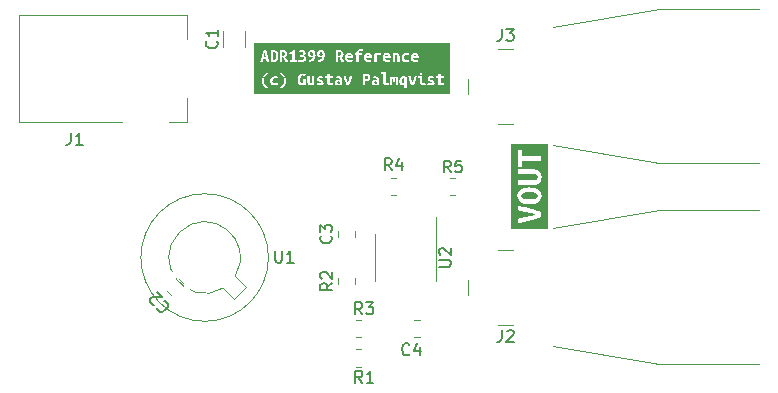
<source format=gbr>
G04 #@! TF.GenerationSoftware,KiCad,Pcbnew,6.0.0-d3dd2cf0fa~116~ubuntu21.10.1*
G04 #@! TF.CreationDate,2022-02-03T22:06:56+00:00*
G04 #@! TF.ProjectId,pcb-adr1399-vref,7063622d-6164-4723-9133-39392d767265,rev?*
G04 #@! TF.SameCoordinates,Original*
G04 #@! TF.FileFunction,Legend,Top*
G04 #@! TF.FilePolarity,Positive*
%FSLAX46Y46*%
G04 Gerber Fmt 4.6, Leading zero omitted, Abs format (unit mm)*
G04 Created by KiCad (PCBNEW 6.0.0-d3dd2cf0fa~116~ubuntu21.10.1) date 2022-02-03 22:06:56*
%MOMM*%
%LPD*%
G01*
G04 APERTURE LIST*
%ADD10C,0.150000*%
%ADD11C,0.120000*%
%ADD12C,2.800000*%
%ADD13O,1.600000X1.200000*%
%ADD14C,1.200000*%
G04 APERTURE END LIST*
D10*
X76666666Y-99952380D02*
X76666666Y-100666666D01*
X76619047Y-100809523D01*
X76523809Y-100904761D01*
X76380952Y-100952380D01*
X76285714Y-100952380D01*
X77666666Y-100952380D02*
X77095238Y-100952380D01*
X77380952Y-100952380D02*
X77380952Y-99952380D01*
X77285714Y-100095238D01*
X77190476Y-100190476D01*
X77095238Y-100238095D01*
X98802380Y-112666666D02*
X98326190Y-113000000D01*
X98802380Y-113238095D02*
X97802380Y-113238095D01*
X97802380Y-112857142D01*
X97850000Y-112761904D01*
X97897619Y-112714285D01*
X97992857Y-112666666D01*
X98135714Y-112666666D01*
X98230952Y-112714285D01*
X98278571Y-112761904D01*
X98326190Y-112857142D01*
X98326190Y-113238095D01*
X97897619Y-112285714D02*
X97850000Y-112238095D01*
X97802380Y-112142857D01*
X97802380Y-111904761D01*
X97850000Y-111809523D01*
X97897619Y-111761904D01*
X97992857Y-111714285D01*
X98088095Y-111714285D01*
X98230952Y-111761904D01*
X98802380Y-112333333D01*
X98802380Y-111714285D01*
X105333333Y-118677142D02*
X105285714Y-118724761D01*
X105142857Y-118772380D01*
X105047619Y-118772380D01*
X104904761Y-118724761D01*
X104809523Y-118629523D01*
X104761904Y-118534285D01*
X104714285Y-118343809D01*
X104714285Y-118200952D01*
X104761904Y-118010476D01*
X104809523Y-117915238D01*
X104904761Y-117820000D01*
X105047619Y-117772380D01*
X105142857Y-117772380D01*
X105285714Y-117820000D01*
X105333333Y-117867619D01*
X106190476Y-118105714D02*
X106190476Y-118772380D01*
X105952380Y-117724761D02*
X105714285Y-118439047D01*
X106333333Y-118439047D01*
X113166666Y-91142380D02*
X113166666Y-91856666D01*
X113119047Y-91999523D01*
X113023809Y-92094761D01*
X112880952Y-92142380D01*
X112785714Y-92142380D01*
X113547619Y-91142380D02*
X114166666Y-91142380D01*
X113833333Y-91523333D01*
X113976190Y-91523333D01*
X114071428Y-91570952D01*
X114119047Y-91618571D01*
X114166666Y-91713809D01*
X114166666Y-91951904D01*
X114119047Y-92047142D01*
X114071428Y-92094761D01*
X113976190Y-92142380D01*
X113690476Y-92142380D01*
X113595238Y-92094761D01*
X113547619Y-92047142D01*
X101333333Y-115302380D02*
X101000000Y-114826190D01*
X100761904Y-115302380D02*
X100761904Y-114302380D01*
X101142857Y-114302380D01*
X101238095Y-114350000D01*
X101285714Y-114397619D01*
X101333333Y-114492857D01*
X101333333Y-114635714D01*
X101285714Y-114730952D01*
X101238095Y-114778571D01*
X101142857Y-114826190D01*
X100761904Y-114826190D01*
X101666666Y-114302380D02*
X102285714Y-114302380D01*
X101952380Y-114683333D01*
X102095238Y-114683333D01*
X102190476Y-114730952D01*
X102238095Y-114778571D01*
X102285714Y-114873809D01*
X102285714Y-115111904D01*
X102238095Y-115207142D01*
X102190476Y-115254761D01*
X102095238Y-115302380D01*
X101809523Y-115302380D01*
X101714285Y-115254761D01*
X101666666Y-115207142D01*
X107852380Y-111261904D02*
X108661904Y-111261904D01*
X108757142Y-111214285D01*
X108804761Y-111166666D01*
X108852380Y-111071428D01*
X108852380Y-110880952D01*
X108804761Y-110785714D01*
X108757142Y-110738095D01*
X108661904Y-110690476D01*
X107852380Y-110690476D01*
X107947619Y-110261904D02*
X107900000Y-110214285D01*
X107852380Y-110119047D01*
X107852380Y-109880952D01*
X107900000Y-109785714D01*
X107947619Y-109738095D01*
X108042857Y-109690476D01*
X108138095Y-109690476D01*
X108280952Y-109738095D01*
X108852380Y-110309523D01*
X108852380Y-109690476D01*
X108833333Y-103302380D02*
X108500000Y-102826190D01*
X108261904Y-103302380D02*
X108261904Y-102302380D01*
X108642857Y-102302380D01*
X108738095Y-102350000D01*
X108785714Y-102397619D01*
X108833333Y-102492857D01*
X108833333Y-102635714D01*
X108785714Y-102730952D01*
X108738095Y-102778571D01*
X108642857Y-102826190D01*
X108261904Y-102826190D01*
X109738095Y-102302380D02*
X109261904Y-102302380D01*
X109214285Y-102778571D01*
X109261904Y-102730952D01*
X109357142Y-102683333D01*
X109595238Y-102683333D01*
X109690476Y-102730952D01*
X109738095Y-102778571D01*
X109785714Y-102873809D01*
X109785714Y-103111904D01*
X109738095Y-103207142D01*
X109690476Y-103254761D01*
X109595238Y-103302380D01*
X109357142Y-103302380D01*
X109261904Y-103254761D01*
X109214285Y-103207142D01*
X113166666Y-116642380D02*
X113166666Y-117356666D01*
X113119047Y-117499523D01*
X113023809Y-117594761D01*
X112880952Y-117642380D01*
X112785714Y-117642380D01*
X113595238Y-116737619D02*
X113642857Y-116690000D01*
X113738095Y-116642380D01*
X113976190Y-116642380D01*
X114071428Y-116690000D01*
X114119047Y-116737619D01*
X114166666Y-116832857D01*
X114166666Y-116928095D01*
X114119047Y-117070952D01*
X113547619Y-117642380D01*
X114166666Y-117642380D01*
X93976095Y-109929380D02*
X93976095Y-110738904D01*
X94023714Y-110834142D01*
X94071333Y-110881761D01*
X94166571Y-110929380D01*
X94357047Y-110929380D01*
X94452285Y-110881761D01*
X94499904Y-110834142D01*
X94547523Y-110738904D01*
X94547523Y-109929380D01*
X95547523Y-110929380D02*
X94976095Y-110929380D01*
X95261809Y-110929380D02*
X95261809Y-109929380D01*
X95166571Y-110072238D01*
X95071333Y-110167476D01*
X94976095Y-110215095D01*
X103833333Y-103102380D02*
X103500000Y-102626190D01*
X103261904Y-103102380D02*
X103261904Y-102102380D01*
X103642857Y-102102380D01*
X103738095Y-102150000D01*
X103785714Y-102197619D01*
X103833333Y-102292857D01*
X103833333Y-102435714D01*
X103785714Y-102530952D01*
X103738095Y-102578571D01*
X103642857Y-102626190D01*
X103261904Y-102626190D01*
X104690476Y-102435714D02*
X104690476Y-103102380D01*
X104452380Y-102054761D02*
X104214285Y-102769047D01*
X104833333Y-102769047D01*
X89007142Y-92166666D02*
X89054761Y-92214285D01*
X89102380Y-92357142D01*
X89102380Y-92452380D01*
X89054761Y-92595238D01*
X88959523Y-92690476D01*
X88864285Y-92738095D01*
X88673809Y-92785714D01*
X88530952Y-92785714D01*
X88340476Y-92738095D01*
X88245238Y-92690476D01*
X88150000Y-92595238D01*
X88102380Y-92452380D01*
X88102380Y-92357142D01*
X88150000Y-92214285D01*
X88197619Y-92166666D01*
X89102380Y-91214285D02*
X89102380Y-91785714D01*
X89102380Y-91500000D02*
X88102380Y-91500000D01*
X88245238Y-91595238D01*
X88340476Y-91690476D01*
X88388095Y-91785714D01*
X84558328Y-114177373D02*
X84625671Y-114177373D01*
X84760358Y-114244717D01*
X84827702Y-114312061D01*
X84895045Y-114446748D01*
X84895045Y-114581435D01*
X84861374Y-114682450D01*
X84760358Y-114850809D01*
X84659343Y-114951824D01*
X84490984Y-115052839D01*
X84389969Y-115086511D01*
X84255282Y-115086511D01*
X84120595Y-115019167D01*
X84053251Y-114951824D01*
X83985908Y-114817137D01*
X83985908Y-114749793D01*
X83716534Y-114480419D02*
X83649190Y-114480419D01*
X83548175Y-114446748D01*
X83379816Y-114278389D01*
X83346145Y-114177373D01*
X83346145Y-114110030D01*
X83379816Y-114009015D01*
X83447160Y-113941671D01*
X83581847Y-113874328D01*
X84389969Y-113874328D01*
X83952236Y-113436595D01*
X101333333Y-121102380D02*
X101000000Y-120626190D01*
X100761904Y-121102380D02*
X100761904Y-120102380D01*
X101142857Y-120102380D01*
X101238095Y-120150000D01*
X101285714Y-120197619D01*
X101333333Y-120292857D01*
X101333333Y-120435714D01*
X101285714Y-120530952D01*
X101238095Y-120578571D01*
X101142857Y-120626190D01*
X100761904Y-120626190D01*
X102285714Y-121102380D02*
X101714285Y-121102380D01*
X102000000Y-121102380D02*
X102000000Y-120102380D01*
X101904761Y-120245238D01*
X101809523Y-120340476D01*
X101714285Y-120388095D01*
X98677142Y-108666666D02*
X98724761Y-108714285D01*
X98772380Y-108857142D01*
X98772380Y-108952380D01*
X98724761Y-109095238D01*
X98629523Y-109190476D01*
X98534285Y-109238095D01*
X98343809Y-109285714D01*
X98200952Y-109285714D01*
X98010476Y-109238095D01*
X97915238Y-109190476D01*
X97820000Y-109095238D01*
X97772380Y-108952380D01*
X97772380Y-108857142D01*
X97820000Y-108714285D01*
X97867619Y-108666666D01*
X97772380Y-108333333D02*
X97772380Y-107714285D01*
X98153333Y-108047619D01*
X98153333Y-107904761D01*
X98200952Y-107809523D01*
X98248571Y-107761904D01*
X98343809Y-107714285D01*
X98581904Y-107714285D01*
X98677142Y-107761904D01*
X98724761Y-107809523D01*
X98772380Y-107904761D01*
X98772380Y-108190476D01*
X98724761Y-108285714D01*
X98677142Y-108333333D01*
D11*
X72300000Y-99000000D02*
X72300000Y-90000000D01*
X81000000Y-99000000D02*
X72300000Y-99000000D01*
X86500000Y-99000000D02*
X85000000Y-99000000D01*
X72300000Y-90000000D02*
X86500000Y-90000000D01*
X86500000Y-90000000D02*
X86500000Y-92000000D01*
X86500000Y-97000000D02*
X86500000Y-99000000D01*
X100735000Y-112727064D02*
X100735000Y-112272936D01*
X99265000Y-112727064D02*
X99265000Y-112272936D01*
X105738748Y-115765000D02*
X106261252Y-115765000D01*
X105738748Y-117235000D02*
X106261252Y-117235000D01*
G36*
X104879205Y-95325144D02*
G01*
X104917524Y-95329054D01*
X104917524Y-95732576D01*
X104866692Y-95752909D01*
X104804913Y-95760729D01*
X104744893Y-95746848D01*
X104702468Y-95705206D01*
X104677248Y-95638148D01*
X104668841Y-95548020D01*
X104678812Y-95458283D01*
X104708724Y-95386142D01*
X104758578Y-95338634D01*
X104828373Y-95322798D01*
X104879205Y-95325144D01*
G37*
G36*
X92196213Y-92312170D02*
G01*
X108803787Y-92312170D01*
X108803787Y-96687830D01*
X92196213Y-96687830D01*
X92196213Y-95493278D01*
X92841575Y-95493278D01*
X92847734Y-95597971D01*
X92866209Y-95697777D01*
X92897001Y-95792694D01*
X92940110Y-95882724D01*
X92996513Y-95966694D01*
X93067188Y-96043429D01*
X93152135Y-96112931D01*
X93251354Y-96175200D01*
X93340504Y-96056333D01*
X93247617Y-95991946D01*
X93169155Y-95915569D01*
X93105116Y-95827201D01*
X93057760Y-95727189D01*
X93029347Y-95615882D01*
X93023621Y-95541764D01*
X93545393Y-95541764D01*
X93551454Y-95620357D01*
X93569636Y-95693475D01*
X93600721Y-95759165D01*
X93645492Y-95815471D01*
X93704339Y-95861610D01*
X93777653Y-95896801D01*
X93866217Y-95919088D01*
X93970812Y-95926517D01*
X94043931Y-95923976D01*
X94106883Y-95916351D01*
X94205418Y-95890544D01*
X94177265Y-95732576D01*
X94087333Y-95752909D01*
X93992708Y-95759165D01*
X93875210Y-95744698D01*
X93797986Y-95701296D01*
X93755170Y-95632478D01*
X93740898Y-95541764D01*
X93753410Y-95454177D01*
X93794075Y-95384578D01*
X93868367Y-95339221D01*
X93983324Y-95322798D01*
X94081077Y-95331400D01*
X94150676Y-95350951D01*
X94192906Y-95196111D01*
X94084987Y-95164830D01*
X93966120Y-95155446D01*
X93864262Y-95163071D01*
X93777653Y-95185945D01*
X93705512Y-95221918D01*
X93647056Y-95268839D01*
X93602090Y-95325731D01*
X93570418Y-95391616D01*
X93551649Y-95464344D01*
X93545393Y-95541764D01*
X93023621Y-95541764D01*
X93019876Y-95493278D01*
X93029695Y-95369198D01*
X93059151Y-95255544D01*
X93108244Y-95152318D01*
X93174021Y-95060908D01*
X93253526Y-94982706D01*
X93346760Y-94917712D01*
X94391539Y-94917712D01*
X94484773Y-94982706D01*
X94564278Y-95060908D01*
X94630055Y-95152318D01*
X94679148Y-95255544D01*
X94708604Y-95369198D01*
X94718423Y-95493278D01*
X94708952Y-95615882D01*
X94680538Y-95727189D01*
X94633183Y-95827201D01*
X94569144Y-95915569D01*
X94490681Y-95991946D01*
X94397795Y-96056333D01*
X94486945Y-96175200D01*
X94586164Y-96112931D01*
X94671111Y-96043429D01*
X94741786Y-95966694D01*
X94798189Y-95882724D01*
X94841298Y-95792694D01*
X94872090Y-95697777D01*
X94890565Y-95597971D01*
X94896723Y-95493278D01*
X94892587Y-95424461D01*
X95864864Y-95424461D01*
X95871902Y-95541959D01*
X95893016Y-95644208D01*
X95927034Y-95731012D01*
X95972782Y-95802176D01*
X96029674Y-95857700D01*
X96097123Y-95897583D01*
X96174348Y-95921630D01*
X96260566Y-95929645D01*
X96356168Y-95925735D01*
X96436520Y-95914005D01*
X96543657Y-95885852D01*
X96543657Y-95583993D01*
X96696933Y-95583993D01*
X96700061Y-95655939D01*
X96709445Y-95721628D01*
X96755584Y-95830329D01*
X96847080Y-95901493D01*
X96913161Y-95920261D01*
X96995664Y-95926517D01*
X97081491Y-95922998D01*
X97160670Y-95912441D01*
X97289704Y-95884288D01*
X97289704Y-95865520D01*
X97471132Y-95865520D01*
X97579051Y-95904621D01*
X97653343Y-95921043D01*
X97741711Y-95926517D01*
X97828124Y-95922216D01*
X97899679Y-95909313D01*
X98003688Y-95862392D01*
X98060775Y-95792010D01*
X98077979Y-95705988D01*
X98054519Y-95608235D01*
X97994303Y-95542546D01*
X97912191Y-95499535D01*
X97824605Y-95468254D01*
X97769082Y-95448703D01*
X97723724Y-95427589D01*
X97692444Y-95403346D01*
X97680713Y-95372847D01*
X97706520Y-95334528D01*
X97805837Y-95316542D01*
X97932524Y-95334528D01*
X98015418Y-95360335D01*
X98020276Y-95333746D01*
X98224999Y-95333746D01*
X98392351Y-95333746D01*
X98392351Y-95635606D01*
X98397043Y-95719087D01*
X98411120Y-95784972D01*
X98465861Y-95873340D01*
X98553447Y-95915569D01*
X98672314Y-95926517D01*
X98791963Y-95917133D01*
X98906920Y-95885852D01*
X98880332Y-95720064D01*
X98831064Y-95740397D01*
X98787271Y-95752127D01*
X98743478Y-95757601D01*
X98694211Y-95759165D01*
X98648854Y-95754473D01*
X98614445Y-95735705D01*
X98592548Y-95696604D01*
X98591058Y-95684091D01*
X99019531Y-95684091D01*
X99041428Y-95797484D01*
X99103989Y-95872558D01*
X99201742Y-95914005D01*
X99329211Y-95926517D01*
X99427354Y-95923389D01*
X99515332Y-95914005D01*
X99640455Y-95892108D01*
X99640455Y-95454177D01*
X99624814Y-95329836D01*
X99573201Y-95235994D01*
X99477013Y-95176560D01*
X99466962Y-95174214D01*
X99754630Y-95174214D01*
X99787914Y-95283062D01*
X99822079Y-95387510D01*
X99857123Y-95487560D01*
X99893047Y-95583211D01*
X99941272Y-95702512D01*
X99988975Y-95811213D01*
X100036157Y-95909313D01*
X100197253Y-95909313D01*
X101381231Y-95909313D01*
X101573607Y-95909313D01*
X101573607Y-95684091D01*
X102147610Y-95684091D01*
X102169506Y-95797484D01*
X102232068Y-95872558D01*
X102329821Y-95914005D01*
X102457290Y-95926517D01*
X102555433Y-95923389D01*
X102643410Y-95914005D01*
X102768534Y-95892108D01*
X102768534Y-95454177D01*
X102752893Y-95329836D01*
X102701280Y-95235994D01*
X102605091Y-95176560D01*
X102537251Y-95160725D01*
X102454162Y-95155446D01*
X102384953Y-95157987D01*
X102318090Y-95165612D01*
X102216428Y-95188291D01*
X102243016Y-95343131D01*
X102325128Y-95324362D01*
X102430701Y-95316542D01*
X102502647Y-95325731D01*
X102549568Y-95353297D01*
X102583977Y-95444793D01*
X102583977Y-95468254D01*
X102521806Y-95458870D01*
X102451034Y-95455741D01*
X102336859Y-95467472D01*
X102239888Y-95505791D01*
X102172635Y-95576173D01*
X102147610Y-95684091D01*
X101573607Y-95684091D01*
X101573607Y-95582429D01*
X101642425Y-95582429D01*
X101758077Y-95573826D01*
X101854787Y-95548020D01*
X101932555Y-95505009D01*
X101989468Y-95442708D01*
X102023616Y-95359032D01*
X102034999Y-95253980D01*
X102023703Y-95149972D01*
X101989816Y-95067338D01*
X101933337Y-95006080D01*
X101909051Y-94992786D01*
X102917117Y-94992786D01*
X103120442Y-94992786D01*
X103120442Y-95616838D01*
X103135692Y-95750367D01*
X103181440Y-95847533D01*
X103260424Y-95906771D01*
X103375381Y-95926517D01*
X103462185Y-95920261D01*
X103510012Y-95909313D01*
X103688189Y-95909313D01*
X103844593Y-95909313D01*
X103844593Y-95332182D01*
X103870399Y-95327490D01*
X103893078Y-95325926D01*
X103940781Y-95355643D01*
X103955640Y-95460434D01*
X103955640Y-95629350D01*
X104112043Y-95629350D01*
X104112043Y-95482330D01*
X104108915Y-95402564D01*
X104101095Y-95336874D01*
X104129248Y-95328272D01*
X104158965Y-95325926D01*
X104183207Y-95330618D01*
X104203540Y-95349387D01*
X104217616Y-95390052D01*
X104223090Y-95460434D01*
X104223090Y-95909313D01*
X104379494Y-95909313D01*
X104379494Y-95541764D01*
X104473337Y-95541764D01*
X104478029Y-95625244D01*
X104492105Y-95700514D01*
X104515370Y-95766399D01*
X104547628Y-95821727D01*
X104639125Y-95899147D01*
X104698167Y-95919675D01*
X104765812Y-95926517D01*
X104841668Y-95916351D01*
X104917524Y-95888980D01*
X104917524Y-96167379D01*
X105109901Y-96167379D01*
X105109901Y-95197675D01*
X105051249Y-95182817D01*
X105002322Y-95174214D01*
X105228768Y-95174214D01*
X105262052Y-95283062D01*
X105296217Y-95387510D01*
X105331261Y-95487560D01*
X105367185Y-95583211D01*
X105415410Y-95702512D01*
X105463113Y-95811213D01*
X105510295Y-95909313D01*
X105671391Y-95909313D01*
X105719355Y-95811213D01*
X105769404Y-95702512D01*
X105821539Y-95583211D01*
X105860542Y-95487560D01*
X105897785Y-95387510D01*
X105916051Y-95333746D01*
X106045196Y-95333746D01*
X106248521Y-95333746D01*
X106248521Y-95604325D01*
X106251649Y-95676662D01*
X106261034Y-95740397D01*
X106304045Y-95841277D01*
X106385375Y-95904621D01*
X106511280Y-95926517D01*
X106607468Y-95916351D01*
X106719297Y-95878032D01*
X106717275Y-95865520D01*
X106855369Y-95865520D01*
X106963287Y-95904621D01*
X107037579Y-95921043D01*
X107125947Y-95926517D01*
X107212361Y-95922216D01*
X107283915Y-95909313D01*
X107387924Y-95862392D01*
X107445011Y-95792010D01*
X107462216Y-95705988D01*
X107438755Y-95608235D01*
X107378540Y-95542546D01*
X107296428Y-95499535D01*
X107208841Y-95468254D01*
X107153318Y-95448703D01*
X107107961Y-95427589D01*
X107076680Y-95403346D01*
X107064950Y-95372847D01*
X107090756Y-95334528D01*
X107190073Y-95316542D01*
X107316760Y-95334528D01*
X107399654Y-95360335D01*
X107404512Y-95333746D01*
X107609236Y-95333746D01*
X107776588Y-95333746D01*
X107776588Y-95635606D01*
X107781280Y-95719087D01*
X107795356Y-95784972D01*
X107850098Y-95873340D01*
X107937684Y-95915569D01*
X108056551Y-95926517D01*
X108176200Y-95917133D01*
X108291157Y-95885852D01*
X108264568Y-95720064D01*
X108215301Y-95740397D01*
X108171508Y-95752127D01*
X108127715Y-95757601D01*
X108078447Y-95759165D01*
X108033090Y-95754473D01*
X107998681Y-95735705D01*
X107976785Y-95696604D01*
X107968965Y-95630914D01*
X107968965Y-95333746D01*
X108277080Y-95333746D01*
X108277080Y-95174214D01*
X107968965Y-95174214D01*
X107968965Y-94958377D01*
X107776588Y-94989658D01*
X107776588Y-95174214D01*
X107609236Y-95174214D01*
X107609236Y-95333746D01*
X107404512Y-95333746D01*
X107429371Y-95197675D01*
X107322234Y-95166394D01*
X107257913Y-95158183D01*
X107188509Y-95155446D01*
X107111480Y-95159943D01*
X107046181Y-95173432D01*
X106948429Y-95223482D01*
X106892123Y-95296991D01*
X106874137Y-95385360D01*
X106897598Y-95481548D01*
X106957031Y-95544892D01*
X107036797Y-95586339D01*
X107122819Y-95615273D01*
X107179907Y-95634042D01*
X107228392Y-95653592D01*
X107261237Y-95677835D01*
X107272967Y-95712244D01*
X107235430Y-95753691D01*
X107127511Y-95763857D01*
X107001606Y-95745089D01*
X106885085Y-95704424D01*
X106855369Y-95865520D01*
X106717275Y-95865520D01*
X106694273Y-95723192D01*
X106609814Y-95752127D01*
X106545689Y-95759165D01*
X106465141Y-95727102D01*
X106440898Y-95629350D01*
X106440898Y-95174214D01*
X106045196Y-95174214D01*
X106045196Y-95333746D01*
X105916051Y-95333746D01*
X105933270Y-95283062D01*
X105966994Y-95174214D01*
X105771489Y-95174214D01*
X105734734Y-95300902D01*
X105711665Y-95368351D01*
X105687813Y-95436191D01*
X105663375Y-95503249D01*
X105638546Y-95568352D01*
X105593189Y-95685655D01*
X105550178Y-95568352D01*
X105527695Y-95503249D01*
X105505603Y-95436191D01*
X105484293Y-95368351D01*
X105464156Y-95300902D01*
X105430529Y-95174214D01*
X105228768Y-95174214D01*
X105002322Y-95174214D01*
X104980085Y-95170304D01*
X104902665Y-95161702D01*
X104826809Y-95158574D01*
X104746848Y-95165612D01*
X104675880Y-95186727D01*
X104614882Y-95220354D01*
X104564833Y-95264929D01*
X104525536Y-95320257D01*
X104496797Y-95386142D01*
X104479202Y-95460629D01*
X104473337Y-95541764D01*
X104379494Y-95541764D01*
X104379494Y-95469818D01*
X104377539Y-95398068D01*
X104371674Y-95336092D01*
X104341175Y-95241468D01*
X104279396Y-95185163D01*
X104179297Y-95166394D01*
X104104223Y-95179689D01*
X104041662Y-95210187D01*
X103986138Y-95176560D01*
X103913410Y-95166394D01*
X103808620Y-95175778D01*
X103688189Y-95202367D01*
X103688189Y-95909313D01*
X103510012Y-95909313D01*
X103527093Y-95905403D01*
X103570104Y-95888980D01*
X103591218Y-95878032D01*
X103566194Y-95723192D01*
X103514580Y-95743525D01*
X103417610Y-95759165D01*
X103342536Y-95732576D01*
X103312819Y-95630914D01*
X103312819Y-94963069D01*
X106190652Y-94963069D01*
X106225843Y-95052219D01*
X106311083Y-95085064D01*
X106397105Y-95052219D01*
X106433078Y-94963069D01*
X106397105Y-94872355D01*
X106311083Y-94839510D01*
X106225843Y-94872355D01*
X106190652Y-94963069D01*
X103312819Y-94963069D01*
X103312819Y-94833254D01*
X102917117Y-94833254D01*
X102917117Y-94992786D01*
X101909051Y-94992786D01*
X101856351Y-94963938D01*
X101760945Y-94938653D01*
X101647117Y-94930224D01*
X101586120Y-94931788D01*
X101515738Y-94935698D01*
X101444574Y-94942737D01*
X101381231Y-94953685D01*
X101381231Y-95909313D01*
X100197253Y-95909313D01*
X100245217Y-95811213D01*
X100295266Y-95702512D01*
X100347401Y-95583211D01*
X100386404Y-95487560D01*
X100423648Y-95387510D01*
X100459132Y-95283062D01*
X100492856Y-95174214D01*
X100297351Y-95174214D01*
X100260596Y-95300902D01*
X100237527Y-95368351D01*
X100213675Y-95436191D01*
X100189237Y-95503249D01*
X100164408Y-95568352D01*
X100119051Y-95685655D01*
X100076040Y-95568352D01*
X100053557Y-95503249D01*
X100031465Y-95436191D01*
X100010155Y-95368351D01*
X99990018Y-95300902D01*
X99956391Y-95174214D01*
X99754630Y-95174214D01*
X99466962Y-95174214D01*
X99409172Y-95160725D01*
X99326083Y-95155446D01*
X99256874Y-95157987D01*
X99190011Y-95165612D01*
X99088349Y-95188291D01*
X99114938Y-95343131D01*
X99197050Y-95324362D01*
X99302622Y-95316542D01*
X99374568Y-95325731D01*
X99421489Y-95353297D01*
X99455898Y-95444793D01*
X99455898Y-95468254D01*
X99393728Y-95458870D01*
X99322955Y-95455741D01*
X99208780Y-95467472D01*
X99111809Y-95505791D01*
X99044556Y-95576173D01*
X99019531Y-95684091D01*
X98591058Y-95684091D01*
X98584728Y-95630914D01*
X98584728Y-95333746D01*
X98892844Y-95333746D01*
X98892844Y-95174214D01*
X98584728Y-95174214D01*
X98584728Y-94958377D01*
X98392351Y-94989658D01*
X98392351Y-95174214D01*
X98224999Y-95174214D01*
X98224999Y-95333746D01*
X98020276Y-95333746D01*
X98045135Y-95197675D01*
X97937998Y-95166394D01*
X97873677Y-95158183D01*
X97804273Y-95155446D01*
X97727244Y-95159943D01*
X97661945Y-95173432D01*
X97564192Y-95223482D01*
X97507887Y-95296991D01*
X97489901Y-95385360D01*
X97513361Y-95481548D01*
X97572795Y-95544892D01*
X97652561Y-95586339D01*
X97738583Y-95615273D01*
X97795670Y-95634042D01*
X97844156Y-95653592D01*
X97877000Y-95677835D01*
X97888731Y-95712244D01*
X97851194Y-95753691D01*
X97743275Y-95763857D01*
X97617370Y-95745089D01*
X97500849Y-95704424D01*
X97471132Y-95865520D01*
X97289704Y-95865520D01*
X97289704Y-95174214D01*
X97095763Y-95174214D01*
X97095763Y-95751345D01*
X97008176Y-95759165D01*
X96913552Y-95709898D01*
X96895370Y-95647532D01*
X96889309Y-95558968D01*
X96889309Y-95174214D01*
X96696933Y-95174214D01*
X96696933Y-95583993D01*
X96543657Y-95583993D01*
X96543657Y-95402564D01*
X96351280Y-95402564D01*
X96351280Y-95756037D01*
X96313743Y-95760729D01*
X96276206Y-95762293D01*
X96182755Y-95741765D01*
X96115110Y-95680181D01*
X96084698Y-95615273D01*
X96066451Y-95530033D01*
X96060369Y-95424461D01*
X96063692Y-95352710D01*
X96073663Y-95287607D01*
X96117456Y-95181253D01*
X96194876Y-95111653D01*
X96310615Y-95086628D01*
X96413841Y-95103833D01*
X96498300Y-95142934D01*
X96548349Y-94989658D01*
X96516286Y-94970889D01*
X96462327Y-94947429D01*
X96384907Y-94927878D01*
X96284026Y-94919276D01*
X96199177Y-94927292D01*
X96119802Y-94951339D01*
X96048247Y-94991417D01*
X95986859Y-95047527D01*
X95936418Y-95119277D01*
X95897708Y-95206277D01*
X95873075Y-95308135D01*
X95864864Y-95424461D01*
X94892587Y-95424461D01*
X94890369Y-95387559D01*
X94871308Y-95286239D01*
X94839538Y-95189317D01*
X94795061Y-95096794D01*
X94737289Y-95010430D01*
X94665636Y-94931984D01*
X94580103Y-94861455D01*
X94480689Y-94798845D01*
X94391539Y-94917712D01*
X93346760Y-94917712D01*
X93257610Y-94798845D01*
X93158196Y-94861455D01*
X93072662Y-94931984D01*
X93001010Y-95010430D01*
X92943238Y-95096794D01*
X92898761Y-95189317D01*
X92866991Y-95286239D01*
X92847929Y-95387559D01*
X92841575Y-95493278D01*
X92196213Y-95493278D01*
X92196213Y-93924938D01*
X92708843Y-93924938D01*
X92912043Y-93924938D01*
X92956493Y-93697925D01*
X93218431Y-93697925D01*
X93264468Y-93924938D01*
X93474018Y-93924938D01*
X93471405Y-93913825D01*
X93574031Y-93913825D01*
X93681187Y-93932082D01*
X93783581Y-93937638D01*
X93879426Y-93930693D01*
X93903597Y-93924938D01*
X94367781Y-93924938D01*
X94563043Y-93924938D01*
X94563043Y-93562988D01*
X94664643Y-93562988D01*
X94718420Y-93652880D01*
X94768625Y-93741582D01*
X94814067Y-93831474D01*
X94853556Y-93924938D01*
X95058343Y-93924938D01*
X95013100Y-93820957D01*
X94958331Y-93711419D01*
X94899593Y-93606644D01*
X94842443Y-93515363D01*
X94911896Y-93470516D01*
X94958331Y-93409000D01*
X94984525Y-93335182D01*
X94993256Y-93253425D01*
X94986707Y-93176233D01*
X94978087Y-93147063D01*
X95152006Y-93147063D01*
X95215506Y-93308988D01*
X95312343Y-93270094D01*
X95413943Y-93213738D01*
X95413943Y-93763013D01*
X95207568Y-93763013D01*
X95207568Y-93924938D01*
X95804468Y-93924938D01*
X95804468Y-93891600D01*
X95934643Y-93891600D01*
X95983856Y-93909063D01*
X96052912Y-93926525D01*
X96130700Y-93940019D01*
X96207693Y-93945575D01*
X96299371Y-93939821D01*
X96377556Y-93922557D01*
X96442643Y-93894775D01*
X96495031Y-93857469D01*
X96563293Y-93758250D01*
X96585518Y-93632838D01*
X96575001Y-93553066D01*
X96543450Y-93485200D01*
X96492848Y-93430829D01*
X96425181Y-93391538D01*
X96514081Y-93308988D01*
X96530984Y-93251838D01*
X96734743Y-93251838D01*
X96752206Y-93373282D01*
X96807768Y-93472500D01*
X96906193Y-93539969D01*
X96972868Y-93558424D01*
X97052243Y-93564575D01*
X97163368Y-93537588D01*
X97107409Y-93636608D01*
X97022081Y-93705069D01*
X96915321Y-93745352D01*
X96795068Y-93759838D01*
X96801418Y-93928113D01*
X96928617Y-93918389D01*
X97043512Y-93889219D01*
X97144318Y-93841396D01*
X97229250Y-93775713D01*
X97297314Y-93692171D01*
X97347518Y-93590769D01*
X97378475Y-93472302D01*
X97388793Y-93337563D01*
X97382009Y-93251838D01*
X97528493Y-93251838D01*
X97545956Y-93373282D01*
X97601518Y-93472500D01*
X97699943Y-93539969D01*
X97766618Y-93558424D01*
X97845993Y-93564575D01*
X97957118Y-93537588D01*
X97901159Y-93636608D01*
X97815831Y-93705069D01*
X97709071Y-93745352D01*
X97588818Y-93759838D01*
X97595168Y-93928113D01*
X97636700Y-93924938D01*
X99130281Y-93924938D01*
X99325543Y-93924938D01*
X99325543Y-93562988D01*
X99427143Y-93562988D01*
X99480920Y-93652880D01*
X99531125Y-93741582D01*
X99576567Y-93831474D01*
X99616056Y-93924938D01*
X99820843Y-93924938D01*
X99775600Y-93820957D01*
X99720831Y-93711419D01*
X99662093Y-93606644D01*
X99631778Y-93558225D01*
X99887518Y-93558225D01*
X99894662Y-93647522D01*
X99916093Y-93724913D01*
X99950820Y-93790596D01*
X99997850Y-93844769D01*
X100056587Y-93887235D01*
X100126437Y-93917794D01*
X100206804Y-93936249D01*
X100297093Y-93942400D01*
X100425681Y-93930494D01*
X100533631Y-93901125D01*
X100506643Y-93734438D01*
X100416950Y-93759838D01*
X100305031Y-93772538D01*
X100218512Y-93762021D01*
X100149456Y-93730469D01*
X100104212Y-93680661D01*
X100089131Y-93615375D01*
X100573318Y-93615375D01*
X100575700Y-93582038D01*
X100576493Y-93542350D01*
X100566968Y-93427433D01*
X100540887Y-93340738D01*
X100689206Y-93340738D01*
X100852718Y-93340738D01*
X100852718Y-93924938D01*
X101049568Y-93924938D01*
X101049568Y-93558225D01*
X101475018Y-93558225D01*
X101482162Y-93647522D01*
X101503593Y-93724913D01*
X101538320Y-93790596D01*
X101585350Y-93844769D01*
X101644087Y-93887235D01*
X101713937Y-93917794D01*
X101794304Y-93936249D01*
X101884593Y-93942400D01*
X102013181Y-93930494D01*
X102033603Y-93924938D01*
X102360843Y-93924938D01*
X102557693Y-93924938D01*
X102557693Y-93558225D01*
X103062518Y-93558225D01*
X103069662Y-93647522D01*
X103091093Y-93724913D01*
X103125820Y-93790596D01*
X103172850Y-93844769D01*
X103231587Y-93887235D01*
X103301437Y-93917794D01*
X103381804Y-93936249D01*
X103472093Y-93942400D01*
X103600681Y-93930494D01*
X103621103Y-93924938D01*
X103907068Y-93924938D01*
X104102331Y-93924938D01*
X104102331Y-93339150D01*
X104147575Y-93334388D01*
X104191231Y-93332800D01*
X104288068Y-93378838D01*
X104305928Y-93439560D01*
X104311881Y-93529650D01*
X104311881Y-93924938D01*
X104507143Y-93924938D01*
X104507143Y-93551875D01*
X104670656Y-93551875D01*
X104676807Y-93631647D01*
X104695262Y-93705863D01*
X104726814Y-93772538D01*
X104772256Y-93829688D01*
X104831985Y-93876519D01*
X104906400Y-93912238D01*
X104996292Y-93934860D01*
X105102456Y-93942400D01*
X105176671Y-93939821D01*
X105240568Y-93932082D01*
X105340581Y-93905888D01*
X105312006Y-93745550D01*
X105220725Y-93766188D01*
X105124681Y-93772538D01*
X105005420Y-93757854D01*
X104927037Y-93713800D01*
X104883579Y-93643950D01*
X104870092Y-93558225D01*
X105443768Y-93558225D01*
X105450912Y-93647522D01*
X105472343Y-93724913D01*
X105507070Y-93790596D01*
X105554100Y-93844769D01*
X105612837Y-93887235D01*
X105682687Y-93917794D01*
X105763054Y-93936249D01*
X105853343Y-93942400D01*
X105981931Y-93930494D01*
X106089881Y-93901125D01*
X106062893Y-93734438D01*
X105973200Y-93759838D01*
X105861281Y-93772538D01*
X105774762Y-93762021D01*
X105705706Y-93730469D01*
X105660462Y-93680661D01*
X105645381Y-93615375D01*
X106129568Y-93615375D01*
X106131950Y-93582038D01*
X106132743Y-93542350D01*
X106123218Y-93427433D01*
X106094643Y-93332448D01*
X106047018Y-93257394D01*
X105981049Y-93203155D01*
X105897440Y-93170611D01*
X105796193Y-93159763D01*
X105730312Y-93166113D01*
X105666018Y-93185163D01*
X105606090Y-93216714D01*
X105553306Y-93260569D01*
X105508856Y-93316727D01*
X105473931Y-93385188D01*
X105451309Y-93465754D01*
X105443768Y-93558225D01*
X104870092Y-93558225D01*
X104869093Y-93551875D01*
X104881793Y-93462975D01*
X104923068Y-93392332D01*
X104998475Y-93346294D01*
X105115156Y-93329625D01*
X105214375Y-93338357D01*
X105285018Y-93358200D01*
X105327881Y-93201038D01*
X105218343Y-93169288D01*
X105097693Y-93159763D01*
X104994307Y-93167502D01*
X104906400Y-93190719D01*
X104833176Y-93227232D01*
X104773843Y-93274857D01*
X104728203Y-93332602D01*
X104696056Y-93399475D01*
X104677006Y-93473294D01*
X104670656Y-93551875D01*
X104507143Y-93551875D01*
X104507143Y-93504250D01*
X104503571Y-93431424D01*
X104492856Y-93365344D01*
X104444437Y-93257394D01*
X104351568Y-93187544D01*
X104285290Y-93169089D01*
X104203931Y-93162938D01*
X104116817Y-93166113D01*
X104036450Y-93175638D01*
X103965607Y-93188735D01*
X103907068Y-93202625D01*
X103907068Y-93924938D01*
X103621103Y-93924938D01*
X103708631Y-93901125D01*
X103681643Y-93734438D01*
X103591950Y-93759838D01*
X103480031Y-93772538D01*
X103393512Y-93762021D01*
X103324456Y-93730469D01*
X103279212Y-93680661D01*
X103264131Y-93615375D01*
X103748318Y-93615375D01*
X103750700Y-93582038D01*
X103751493Y-93542350D01*
X103741968Y-93427433D01*
X103713393Y-93332448D01*
X103665768Y-93257394D01*
X103599799Y-93203155D01*
X103516190Y-93170611D01*
X103414943Y-93159763D01*
X103349062Y-93166113D01*
X103284768Y-93185163D01*
X103224840Y-93216714D01*
X103172056Y-93260569D01*
X103127606Y-93316727D01*
X103092681Y-93385188D01*
X103070059Y-93465754D01*
X103062518Y-93558225D01*
X102557693Y-93558225D01*
X102557693Y-93370900D01*
X102638656Y-93355819D01*
X102719618Y-93351850D01*
X102762481Y-93353438D01*
X102814868Y-93358994D01*
X102868050Y-93367725D01*
X102913293Y-93377250D01*
X102948218Y-93196275D01*
X102887100Y-93181194D01*
X102819631Y-93171669D01*
X102756925Y-93166113D01*
X102711681Y-93164525D01*
X102609089Y-93168891D01*
X102520387Y-93181988D01*
X102439623Y-93202229D01*
X102360843Y-93228025D01*
X102360843Y-93924938D01*
X102033603Y-93924938D01*
X102121131Y-93901125D01*
X102094143Y-93734438D01*
X102004450Y-93759838D01*
X101892531Y-93772538D01*
X101806012Y-93762021D01*
X101736956Y-93730469D01*
X101691712Y-93680661D01*
X101676631Y-93615375D01*
X102160818Y-93615375D01*
X102163200Y-93582038D01*
X102163993Y-93542350D01*
X102154468Y-93427433D01*
X102125893Y-93332448D01*
X102078268Y-93257394D01*
X102012299Y-93203155D01*
X101928690Y-93170611D01*
X101827443Y-93159763D01*
X101761562Y-93166113D01*
X101697268Y-93185163D01*
X101637340Y-93216714D01*
X101584556Y-93260569D01*
X101540106Y-93316727D01*
X101505181Y-93385188D01*
X101482559Y-93465754D01*
X101475018Y-93558225D01*
X101049568Y-93558225D01*
X101049568Y-93340738D01*
X101355956Y-93340738D01*
X101355956Y-93178813D01*
X101049568Y-93178813D01*
X101049568Y-93139125D01*
X101060681Y-93062132D01*
X101090050Y-93016888D01*
X101132912Y-92996250D01*
X101184506Y-92991488D01*
X101288487Y-93004982D01*
X101379768Y-93031175D01*
X101413106Y-92872425D01*
X101295631Y-92835913D01*
X101168631Y-92824800D01*
X101051156Y-92839882D01*
X100949556Y-92890682D01*
X100878912Y-92985932D01*
X100859267Y-93053202D01*
X100852718Y-93135950D01*
X100852718Y-93178813D01*
X100689206Y-93178813D01*
X100689206Y-93340738D01*
X100540887Y-93340738D01*
X100538393Y-93332448D01*
X100490768Y-93257394D01*
X100424799Y-93203155D01*
X100341190Y-93170611D01*
X100239943Y-93159763D01*
X100174062Y-93166113D01*
X100109768Y-93185163D01*
X100049840Y-93216714D01*
X99997056Y-93260569D01*
X99952606Y-93316727D01*
X99917681Y-93385188D01*
X99895059Y-93465754D01*
X99887518Y-93558225D01*
X99631778Y-93558225D01*
X99604943Y-93515363D01*
X99674396Y-93470516D01*
X99720831Y-93409000D01*
X99747025Y-93335182D01*
X99755756Y-93253425D01*
X99749207Y-93176233D01*
X99729562Y-93109757D01*
X99654156Y-93008950D01*
X99600181Y-92974422D01*
X99536681Y-92950213D01*
X99464450Y-92935925D01*
X99384281Y-92931163D01*
X99328718Y-92932750D01*
X99262043Y-92936719D01*
X99192987Y-92944657D01*
X99130281Y-92956563D01*
X99130281Y-93924938D01*
X97636700Y-93924938D01*
X97722367Y-93918389D01*
X97837262Y-93889219D01*
X97938068Y-93841396D01*
X98023000Y-93775713D01*
X98091064Y-93692171D01*
X98141268Y-93590769D01*
X98172225Y-93472302D01*
X98182543Y-93337563D01*
X98172842Y-93214973D01*
X98143738Y-93111785D01*
X98095231Y-93028000D01*
X98028379Y-92966264D01*
X97944242Y-92929223D01*
X97842818Y-92916875D01*
X97768603Y-92924614D01*
X97704706Y-92947832D01*
X97607075Y-93027207D01*
X97548337Y-93135157D01*
X97528493Y-93251838D01*
X97382009Y-93251838D01*
X97379092Y-93214973D01*
X97349988Y-93111785D01*
X97301481Y-93028000D01*
X97234629Y-92966264D01*
X97150492Y-92929223D01*
X97049068Y-92916875D01*
X96974853Y-92924614D01*
X96910956Y-92947832D01*
X96813325Y-93027207D01*
X96754587Y-93135157D01*
X96734743Y-93251838D01*
X96530984Y-93251838D01*
X96547418Y-93196275D01*
X96528368Y-93086738D01*
X96469631Y-92998632D01*
X96368825Y-92940688D01*
X96302348Y-92925210D01*
X96225156Y-92920050D01*
X96140820Y-92927393D01*
X96065612Y-92949419D01*
X95952106Y-93007363D01*
X96021956Y-93150238D01*
X96116412Y-93104994D01*
X96226743Y-93086738D01*
X96316437Y-93117694D01*
X96348981Y-93202625D01*
X96333900Y-93262950D01*
X96295006Y-93301050D01*
X96241031Y-93321688D01*
X96180706Y-93328038D01*
X96107681Y-93328038D01*
X96107681Y-93489963D01*
X96168006Y-93489963D01*
X96254921Y-93497702D01*
X96325168Y-93520919D01*
X96371603Y-93563583D01*
X96387081Y-93629663D01*
X96346600Y-93736025D01*
X96291235Y-93768172D01*
X96206106Y-93778888D01*
X96130898Y-93774522D01*
X96067200Y-93761425D01*
X95972743Y-93728088D01*
X95934643Y-93891600D01*
X95804468Y-93891600D01*
X95804468Y-93763013D01*
X95609206Y-93763013D01*
X95609206Y-92942275D01*
X95475856Y-92942275D01*
X95407593Y-93004188D01*
X95323456Y-93061338D01*
X95234556Y-93110550D01*
X95152006Y-93147063D01*
X94978087Y-93147063D01*
X94967062Y-93109757D01*
X94891656Y-93008950D01*
X94837681Y-92974422D01*
X94774181Y-92950213D01*
X94701950Y-92935925D01*
X94621781Y-92931163D01*
X94566218Y-92932750D01*
X94499543Y-92936719D01*
X94430487Y-92944657D01*
X94367781Y-92956563D01*
X94367781Y-93924938D01*
X93903597Y-93924938D01*
X93966937Y-93909857D01*
X94044526Y-93873939D01*
X94110606Y-93821750D01*
X94164382Y-93752496D01*
X94205062Y-93665382D01*
X94230660Y-93559218D01*
X94239193Y-93432813D01*
X94231454Y-93309186D01*
X94208237Y-93205007D01*
X94171129Y-93118885D01*
X94121718Y-93049432D01*
X94060004Y-92996449D01*
X93985987Y-92959738D01*
X93901651Y-92938307D01*
X93808981Y-92931163D01*
X93699443Y-92935925D01*
X93574031Y-92954975D01*
X93574031Y-93913825D01*
X93471405Y-93913825D01*
X93447825Y-93813527D01*
X93421313Y-93705355D01*
X93394485Y-93600421D01*
X93367338Y-93498726D01*
X93339875Y-93400269D01*
X93305297Y-93280859D01*
X93270620Y-93164724D01*
X93235844Y-93051863D01*
X93200968Y-92942275D01*
X92988243Y-92942275D01*
X92954608Y-93050970D01*
X92920378Y-93162739D01*
X92885552Y-93277585D01*
X92850131Y-93395507D01*
X92821619Y-93493138D01*
X92793235Y-93594897D01*
X92764977Y-93700783D01*
X92736847Y-93810797D01*
X92708843Y-93924938D01*
X92196213Y-93924938D01*
X92196213Y-92312170D01*
G37*
G36*
X100309793Y-93336769D02*
G01*
X100354243Y-93372488D01*
X100379643Y-93422494D01*
X100387581Y-93480438D01*
X100089131Y-93480438D01*
X100102625Y-93421700D01*
X100131200Y-93370900D01*
X100177237Y-93335975D01*
X100243118Y-93323275D01*
X100309793Y-93336769D01*
G37*
G36*
X103484793Y-93336769D02*
G01*
X103529243Y-93372488D01*
X103554643Y-93422494D01*
X103562581Y-93480438D01*
X103264131Y-93480438D01*
X103277625Y-93421700D01*
X103306200Y-93370900D01*
X103352237Y-93335975D01*
X103418118Y-93323275D01*
X103484793Y-93336769D01*
G37*
G36*
X105866043Y-93336769D02*
G01*
X105910493Y-93372488D01*
X105935893Y-93422494D01*
X105943831Y-93480438D01*
X105645381Y-93480438D01*
X105658875Y-93421700D01*
X105687450Y-93370900D01*
X105733487Y-93335975D01*
X105799368Y-93323275D01*
X105866043Y-93336769D01*
G37*
G36*
X97122887Y-93104200D02*
G01*
X97167337Y-93158175D01*
X97191150Y-93231994D01*
X97198293Y-93312163D01*
X97197500Y-93347882D01*
X97195118Y-93378838D01*
X97141143Y-93396300D01*
X97077643Y-93402650D01*
X97007000Y-93392729D01*
X96960168Y-93362963D01*
X96925243Y-93248663D01*
X96932387Y-93185163D01*
X96954612Y-93132775D01*
X96994300Y-93097057D01*
X97053831Y-93083563D01*
X97122887Y-93104200D01*
G37*
G36*
X102538620Y-95592595D02*
G01*
X102583977Y-95598069D01*
X102583977Y-95766985D01*
X102532364Y-95770895D01*
X102471366Y-95771677D01*
X102374396Y-95750563D01*
X102336859Y-95679399D01*
X102349371Y-95634042D01*
X102382998Y-95607453D01*
X102432265Y-95594159D01*
X102490135Y-95590249D01*
X102538620Y-95592595D01*
G37*
G36*
X94692028Y-93110154D02*
G01*
X94747193Y-93137538D01*
X94782912Y-93184369D01*
X94794818Y-93251838D01*
X94750368Y-93362169D01*
X94692028Y-93391339D01*
X94605906Y-93401063D01*
X94563043Y-93401063D01*
X94563043Y-93105788D01*
X94594793Y-93101819D01*
X94621781Y-93101025D01*
X94692028Y-93110154D01*
G37*
G36*
X101897293Y-93336769D02*
G01*
X101941743Y-93372488D01*
X101967143Y-93422494D01*
X101975081Y-93480438D01*
X101676631Y-93480438D01*
X101690125Y-93421700D01*
X101718700Y-93370900D01*
X101764737Y-93335975D01*
X101830618Y-93323275D01*
X101897293Y-93336769D01*
G37*
G36*
X99410541Y-95592595D02*
G01*
X99455898Y-95598069D01*
X99455898Y-95766985D01*
X99404285Y-95770895D01*
X99343287Y-95771677D01*
X99246317Y-95750563D01*
X99208780Y-95679399D01*
X99221292Y-95634042D01*
X99254919Y-95607453D01*
X99304186Y-95594159D01*
X99362056Y-95590249D01*
X99410541Y-95592595D01*
G37*
G36*
X99454528Y-93110154D02*
G01*
X99509693Y-93137538D01*
X99545412Y-93184369D01*
X99557318Y-93251838D01*
X99512868Y-93362169D01*
X99454528Y-93391339D01*
X99368406Y-93401063D01*
X99325543Y-93401063D01*
X99325543Y-93105788D01*
X99357293Y-93101819D01*
X99384281Y-93101025D01*
X99454528Y-93110154D01*
G37*
G36*
X101738027Y-95106374D02*
G01*
X101791791Y-95132767D01*
X101826395Y-95180275D01*
X101837930Y-95252416D01*
X101826200Y-95328468D01*
X101791009Y-95378322D01*
X101732748Y-95405888D01*
X101651809Y-95415076D01*
X101573607Y-95415076D01*
X101573607Y-95102269D01*
X101621311Y-95098358D01*
X101669014Y-95097576D01*
X101738027Y-95106374D01*
G37*
G36*
X93932806Y-93128807D02*
G01*
X93997893Y-93202625D01*
X94031231Y-93308988D01*
X94040756Y-93432813D01*
X94037779Y-93502861D01*
X94028850Y-93566957D01*
X93989162Y-93672525D01*
X93916137Y-93742375D01*
X93804218Y-93767775D01*
X93786756Y-93767775D01*
X93769293Y-93766188D01*
X93769293Y-93105788D01*
X93797868Y-93101819D01*
X93826443Y-93101025D01*
X93932806Y-93128807D01*
G37*
G36*
X93119212Y-93238344D02*
G01*
X93144612Y-93336769D01*
X93166043Y-93434400D01*
X93185093Y-93536000D01*
X92993006Y-93536000D01*
X93012850Y-93434400D01*
X93035075Y-93336769D01*
X93060475Y-93238344D01*
X93089843Y-93132775D01*
X93119212Y-93238344D01*
G37*
G36*
X97916637Y-93104200D02*
G01*
X97961087Y-93158175D01*
X97984900Y-93231994D01*
X97992043Y-93312163D01*
X97991250Y-93347882D01*
X97988868Y-93378838D01*
X97934893Y-93396300D01*
X97871393Y-93402650D01*
X97800750Y-93392729D01*
X97753918Y-93362963D01*
X97718993Y-93248663D01*
X97726137Y-93185163D01*
X97748362Y-93132775D01*
X97788050Y-93097057D01*
X97847581Y-93083563D01*
X97916637Y-93104200D01*
G37*
X126500000Y-89500000D02*
X117500000Y-91000000D01*
X134900000Y-102500000D02*
X126500000Y-102500000D01*
X112865000Y-99175000D02*
X114135000Y-99175000D01*
X112865000Y-92825000D02*
X114135000Y-92825000D01*
X134900000Y-89500000D02*
X126500000Y-89500000D01*
X110325000Y-96635000D02*
X110325000Y-95365000D01*
X126500000Y-102500000D02*
X117500000Y-101000000D01*
X100772936Y-115765000D02*
X101227064Y-115765000D01*
X100772936Y-117235000D02*
X101227064Y-117235000D01*
X102440000Y-110500000D02*
X102440000Y-108550000D01*
X107560000Y-110500000D02*
X107560000Y-107050000D01*
X102440000Y-110500000D02*
X102440000Y-112450000D01*
X107560000Y-110500000D02*
X107560000Y-112450000D01*
X108772936Y-103765000D02*
X109227064Y-103765000D01*
X108772936Y-105235000D02*
X109227064Y-105235000D01*
X112865000Y-116175000D02*
X114135000Y-116175000D01*
X134900000Y-106500000D02*
X126500000Y-106500000D01*
X110325000Y-113635000D02*
X110325000Y-112365000D01*
X126500000Y-106500000D02*
X117500000Y-108000000D01*
X134900000Y-119500000D02*
X126500000Y-119500000D01*
X112865000Y-109825000D02*
X114135000Y-109825000D01*
X126500000Y-119500000D02*
X117500000Y-118000000D01*
X89582331Y-113072281D02*
X90494499Y-113984448D01*
X91484448Y-112994499D02*
X90572281Y-112082331D01*
X90494499Y-113984448D02*
X91484448Y-112994499D01*
X90572150Y-112082544D02*
G75*
G03*
X89582331Y-113072281I-2572150J1582544D01*
G01*
X93400000Y-110500000D02*
G75*
G03*
X93400000Y-110500000I-5400000J0D01*
G01*
X104227064Y-105235000D02*
X103772936Y-105235000D01*
X104227064Y-103765000D02*
X103772936Y-103765000D01*
G36*
X115638113Y-104966328D02*
G01*
X115766700Y-104974663D01*
X115984188Y-105019113D01*
X116131825Y-105114363D01*
X116185800Y-105274700D01*
X116131825Y-105436625D01*
X115985775Y-105530288D01*
X115768288Y-105574738D01*
X115638509Y-105583072D01*
X115500000Y-105585850D01*
X115361887Y-105583072D01*
X115233300Y-105574738D01*
X115015812Y-105530288D01*
X114868175Y-105436625D01*
X114814200Y-105274700D01*
X114868175Y-105112775D01*
X115014225Y-105019113D01*
X115231712Y-104974663D01*
X115361491Y-104966328D01*
X115500000Y-104963550D01*
X115638113Y-104966328D01*
G37*
G36*
X117038155Y-100872695D02*
G01*
X117038155Y-108127305D01*
X113961845Y-108127305D01*
X113961845Y-107614675D01*
X114518925Y-107614675D01*
X114696725Y-107578163D01*
X114918975Y-107525775D01*
X115085310Y-107483794D01*
X115258347Y-107438286D01*
X115438087Y-107389250D01*
X115621356Y-107337392D01*
X115804976Y-107283417D01*
X115988950Y-107227325D01*
X116250888Y-107143981D01*
X116484250Y-107065400D01*
X116484250Y-106662175D01*
X116315093Y-106601497D01*
X116142056Y-106542231D01*
X115965138Y-106484375D01*
X115787338Y-106428813D01*
X115611654Y-106376425D01*
X115438087Y-106327213D01*
X115185278Y-106259744D01*
X114944375Y-106200213D01*
X114720537Y-106149016D01*
X114518925Y-106106550D01*
X114518925Y-106516125D01*
X114684025Y-106544700D01*
X114874525Y-106579625D01*
X115080503Y-106619313D01*
X115292037Y-106662175D01*
X115504763Y-106708213D01*
X115714313Y-106757425D01*
X115910766Y-106808225D01*
X116084200Y-106859025D01*
X115908384Y-106910222D01*
X115711138Y-106962213D01*
X115501588Y-107013013D01*
X115288862Y-107060638D01*
X115077725Y-107104691D01*
X114872937Y-107144775D01*
X114683628Y-107178113D01*
X114518925Y-107201925D01*
X114518925Y-107614675D01*
X113961845Y-107614675D01*
X113961845Y-105274700D01*
X114474475Y-105274700D01*
X114503226Y-105480722D01*
X114589481Y-105654289D01*
X114733237Y-105795400D01*
X114878196Y-105877355D01*
X115054309Y-105935894D01*
X115261577Y-105971017D01*
X115500000Y-105982725D01*
X115738423Y-105971315D01*
X115945691Y-105937084D01*
X116121804Y-105880034D01*
X116266763Y-105800163D01*
X116410519Y-105660286D01*
X116496774Y-105484074D01*
X116525525Y-105271525D01*
X116496774Y-105064092D01*
X116410519Y-104890525D01*
X116266763Y-104750825D01*
X116121804Y-104670259D01*
X115945691Y-104612713D01*
X115738423Y-104578184D01*
X115500000Y-104566675D01*
X115261577Y-104577986D01*
X115054309Y-104611919D01*
X114878196Y-104668473D01*
X114733237Y-104747650D01*
X114589481Y-104886644D01*
X114503226Y-105062328D01*
X114474475Y-105274700D01*
X113961845Y-105274700D01*
X113961845Y-104357125D01*
X114518925Y-104357125D01*
X115773050Y-104357125D01*
X115936563Y-104349187D01*
X116084200Y-104325375D01*
X116213581Y-104282512D01*
X116322325Y-104217425D01*
X116473138Y-104012637D01*
X116512428Y-103868572D01*
X116525525Y-103693550D01*
X116512428Y-103515750D01*
X116473138Y-103369700D01*
X116409241Y-103252225D01*
X116322325Y-103160150D01*
X116213581Y-103092681D01*
X116084200Y-103049025D01*
X115936563Y-103025212D01*
X115773050Y-103017275D01*
X114518925Y-103017275D01*
X114518925Y-103407800D01*
X115744475Y-103407800D01*
X115952438Y-103420500D01*
X116088963Y-103464950D01*
X116163575Y-103550675D01*
X116185800Y-103687200D01*
X116163575Y-103823725D01*
X116090550Y-103907862D01*
X115955613Y-103950725D01*
X115747650Y-103963425D01*
X114518925Y-103963425D01*
X114518925Y-104357125D01*
X113961845Y-104357125D01*
X113961845Y-101385325D01*
X114518925Y-101385325D01*
X114518925Y-102814075D01*
X114842775Y-102814075D01*
X114842775Y-102296550D01*
X116484250Y-102296550D01*
X116484250Y-101902850D01*
X114842775Y-101902850D01*
X114842775Y-101385325D01*
X114518925Y-101385325D01*
X113961845Y-101385325D01*
X113961845Y-100872695D01*
X117038155Y-100872695D01*
G37*
X89590000Y-92711252D02*
X89590000Y-91288748D01*
X91410000Y-92711252D02*
X91410000Y-91288748D01*
X85834990Y-112295543D02*
X86204457Y-112665010D01*
X84795543Y-113334990D02*
X85165010Y-113704457D01*
X101227064Y-119735000D02*
X100772936Y-119735000D01*
X101227064Y-118265000D02*
X100772936Y-118265000D01*
X100735000Y-108761252D02*
X100735000Y-108238748D01*
X99265000Y-108761252D02*
X99265000Y-108238748D01*
%LPC*%
G36*
G01*
X85000000Y-95850000D02*
X85000000Y-93150000D01*
G75*
G02*
X85900000Y-92250000I900000J0D01*
G01*
X85900000Y-92250000D01*
G75*
G02*
X86800000Y-93150000I0J-900000D01*
G01*
X86800000Y-95850000D01*
G75*
G02*
X85900000Y-96750000I-900000J0D01*
G01*
X85900000Y-96750000D01*
G75*
G02*
X85000000Y-95850000I0J900000D01*
G01*
G37*
G36*
G01*
X79100000Y-95350000D02*
X79100000Y-93650000D01*
G75*
G02*
X80000000Y-92750000I900000J0D01*
G01*
X80000000Y-92750000D01*
G75*
G02*
X80900000Y-93650000I0J-900000D01*
G01*
X80900000Y-95350000D01*
G75*
G02*
X80000000Y-96250000I-900000J0D01*
G01*
X80000000Y-96250000D01*
G75*
G02*
X79100000Y-95350000I0J900000D01*
G01*
G37*
G36*
G01*
X81350000Y-99200000D02*
X81350000Y-99200000D01*
G75*
G02*
X82250000Y-98300000I900000J0D01*
G01*
X83950000Y-98300000D01*
G75*
G02*
X84850000Y-99200000I0J-900000D01*
G01*
X84850000Y-99200000D01*
G75*
G02*
X83950000Y-100100000I-900000J0D01*
G01*
X82250000Y-100100000D01*
G75*
G02*
X81350000Y-99200000I0J900000D01*
G01*
G37*
G36*
G01*
X100450000Y-114100000D02*
X99550000Y-114100000D01*
G75*
G02*
X99300000Y-113850000I0J250000D01*
G01*
X99300000Y-113150000D01*
G75*
G02*
X99550000Y-112900000I250000J0D01*
G01*
X100450000Y-112900000D01*
G75*
G02*
X100700000Y-113150000I0J-250000D01*
G01*
X100700000Y-113850000D01*
G75*
G02*
X100450000Y-114100000I-250000J0D01*
G01*
G37*
G36*
G01*
X100450000Y-112100000D02*
X99550000Y-112100000D01*
G75*
G02*
X99300000Y-111850000I0J250000D01*
G01*
X99300000Y-111150000D01*
G75*
G02*
X99550000Y-110900000I250000J0D01*
G01*
X100450000Y-110900000D01*
G75*
G02*
X100700000Y-111150000I0J-250000D01*
G01*
X100700000Y-111850000D01*
G75*
G02*
X100450000Y-112100000I-250000J0D01*
G01*
G37*
G36*
G01*
X104375000Y-116975000D02*
X104375000Y-116025000D01*
G75*
G02*
X104625000Y-115775000I250000J0D01*
G01*
X105300000Y-115775000D01*
G75*
G02*
X105550000Y-116025000I0J-250000D01*
G01*
X105550000Y-116975000D01*
G75*
G02*
X105300000Y-117225000I-250000J0D01*
G01*
X104625000Y-117225000D01*
G75*
G02*
X104375000Y-116975000I0J250000D01*
G01*
G37*
G36*
G01*
X106450000Y-116975000D02*
X106450000Y-116025000D01*
G75*
G02*
X106700000Y-115775000I250000J0D01*
G01*
X107375000Y-115775000D01*
G75*
G02*
X107625000Y-116025000I0J-250000D01*
G01*
X107625000Y-116975000D01*
G75*
G02*
X107375000Y-117225000I-250000J0D01*
G01*
X106700000Y-117225000D01*
G75*
G02*
X106450000Y-116975000I0J250000D01*
G01*
G37*
D12*
X110960000Y-93460000D03*
X116040000Y-93460000D03*
X116040000Y-98540000D03*
X110960000Y-98540000D03*
G36*
G01*
X99400000Y-116950000D02*
X99400000Y-116050000D01*
G75*
G02*
X99650000Y-115800000I250000J0D01*
G01*
X100350000Y-115800000D01*
G75*
G02*
X100600000Y-116050000I0J-250000D01*
G01*
X100600000Y-116950000D01*
G75*
G02*
X100350000Y-117200000I-250000J0D01*
G01*
X99650000Y-117200000D01*
G75*
G02*
X99400000Y-116950000I0J250000D01*
G01*
G37*
G36*
G01*
X101400000Y-116950000D02*
X101400000Y-116050000D01*
G75*
G02*
X101650000Y-115800000I250000J0D01*
G01*
X102350000Y-115800000D01*
G75*
G02*
X102600000Y-116050000I0J-250000D01*
G01*
X102600000Y-116950000D01*
G75*
G02*
X102350000Y-117200000I-250000J0D01*
G01*
X101650000Y-117200000D01*
G75*
G02*
X101400000Y-116950000I0J250000D01*
G01*
G37*
G36*
G01*
X106755000Y-107050000D02*
X107055000Y-107050000D01*
G75*
G02*
X107205000Y-107200000I0J-150000D01*
G01*
X107205000Y-108650000D01*
G75*
G02*
X107055000Y-108800000I-150000J0D01*
G01*
X106755000Y-108800000D01*
G75*
G02*
X106605000Y-108650000I0J150000D01*
G01*
X106605000Y-107200000D01*
G75*
G02*
X106755000Y-107050000I150000J0D01*
G01*
G37*
G36*
G01*
X105485000Y-107050000D02*
X105785000Y-107050000D01*
G75*
G02*
X105935000Y-107200000I0J-150000D01*
G01*
X105935000Y-108650000D01*
G75*
G02*
X105785000Y-108800000I-150000J0D01*
G01*
X105485000Y-108800000D01*
G75*
G02*
X105335000Y-108650000I0J150000D01*
G01*
X105335000Y-107200000D01*
G75*
G02*
X105485000Y-107050000I150000J0D01*
G01*
G37*
G36*
G01*
X104215000Y-107050000D02*
X104515000Y-107050000D01*
G75*
G02*
X104665000Y-107200000I0J-150000D01*
G01*
X104665000Y-108650000D01*
G75*
G02*
X104515000Y-108800000I-150000J0D01*
G01*
X104215000Y-108800000D01*
G75*
G02*
X104065000Y-108650000I0J150000D01*
G01*
X104065000Y-107200000D01*
G75*
G02*
X104215000Y-107050000I150000J0D01*
G01*
G37*
G36*
G01*
X102945000Y-107050000D02*
X103245000Y-107050000D01*
G75*
G02*
X103395000Y-107200000I0J-150000D01*
G01*
X103395000Y-108650000D01*
G75*
G02*
X103245000Y-108800000I-150000J0D01*
G01*
X102945000Y-108800000D01*
G75*
G02*
X102795000Y-108650000I0J150000D01*
G01*
X102795000Y-107200000D01*
G75*
G02*
X102945000Y-107050000I150000J0D01*
G01*
G37*
G36*
G01*
X102945000Y-112200000D02*
X103245000Y-112200000D01*
G75*
G02*
X103395000Y-112350000I0J-150000D01*
G01*
X103395000Y-113800000D01*
G75*
G02*
X103245000Y-113950000I-150000J0D01*
G01*
X102945000Y-113950000D01*
G75*
G02*
X102795000Y-113800000I0J150000D01*
G01*
X102795000Y-112350000D01*
G75*
G02*
X102945000Y-112200000I150000J0D01*
G01*
G37*
G36*
G01*
X104215000Y-112200000D02*
X104515000Y-112200000D01*
G75*
G02*
X104665000Y-112350000I0J-150000D01*
G01*
X104665000Y-113800000D01*
G75*
G02*
X104515000Y-113950000I-150000J0D01*
G01*
X104215000Y-113950000D01*
G75*
G02*
X104065000Y-113800000I0J150000D01*
G01*
X104065000Y-112350000D01*
G75*
G02*
X104215000Y-112200000I150000J0D01*
G01*
G37*
G36*
G01*
X105485000Y-112200000D02*
X105785000Y-112200000D01*
G75*
G02*
X105935000Y-112350000I0J-150000D01*
G01*
X105935000Y-113800000D01*
G75*
G02*
X105785000Y-113950000I-150000J0D01*
G01*
X105485000Y-113950000D01*
G75*
G02*
X105335000Y-113800000I0J150000D01*
G01*
X105335000Y-112350000D01*
G75*
G02*
X105485000Y-112200000I150000J0D01*
G01*
G37*
G36*
G01*
X106755000Y-112200000D02*
X107055000Y-112200000D01*
G75*
G02*
X107205000Y-112350000I0J-150000D01*
G01*
X107205000Y-113800000D01*
G75*
G02*
X107055000Y-113950000I-150000J0D01*
G01*
X106755000Y-113950000D01*
G75*
G02*
X106605000Y-113800000I0J150000D01*
G01*
X106605000Y-112350000D01*
G75*
G02*
X106755000Y-112200000I150000J0D01*
G01*
G37*
G36*
G01*
X107400000Y-104950000D02*
X107400000Y-104050000D01*
G75*
G02*
X107650000Y-103800000I250000J0D01*
G01*
X108350000Y-103800000D01*
G75*
G02*
X108600000Y-104050000I0J-250000D01*
G01*
X108600000Y-104950000D01*
G75*
G02*
X108350000Y-105200000I-250000J0D01*
G01*
X107650000Y-105200000D01*
G75*
G02*
X107400000Y-104950000I0J250000D01*
G01*
G37*
G36*
G01*
X109400000Y-104950000D02*
X109400000Y-104050000D01*
G75*
G02*
X109650000Y-103800000I250000J0D01*
G01*
X110350000Y-103800000D01*
G75*
G02*
X110600000Y-104050000I0J-250000D01*
G01*
X110600000Y-104950000D01*
G75*
G02*
X110350000Y-105200000I-250000J0D01*
G01*
X109650000Y-105200000D01*
G75*
G02*
X109400000Y-104950000I0J250000D01*
G01*
G37*
X110960000Y-110460000D03*
X116040000Y-110460000D03*
X116040000Y-115540000D03*
X110960000Y-115540000D03*
D13*
X89270000Y-110500000D03*
D14*
X88000000Y-109230000D03*
X86730000Y-110500000D03*
X88000000Y-111770000D03*
G36*
G01*
X105600000Y-104050000D02*
X105600000Y-104950000D01*
G75*
G02*
X105350000Y-105200000I-250000J0D01*
G01*
X104650000Y-105200000D01*
G75*
G02*
X104400000Y-104950000I0J250000D01*
G01*
X104400000Y-104050000D01*
G75*
G02*
X104650000Y-103800000I250000J0D01*
G01*
X105350000Y-103800000D01*
G75*
G02*
X105600000Y-104050000I0J-250000D01*
G01*
G37*
G36*
G01*
X103600000Y-104050000D02*
X103600000Y-104950000D01*
G75*
G02*
X103350000Y-105200000I-250000J0D01*
G01*
X102650000Y-105200000D01*
G75*
G02*
X102400000Y-104950000I0J250000D01*
G01*
X102400000Y-104050000D01*
G75*
G02*
X102650000Y-103800000I250000J0D01*
G01*
X103350000Y-103800000D01*
G75*
G02*
X103600000Y-104050000I0J-250000D01*
G01*
G37*
G36*
G01*
X91150000Y-94225000D02*
X89850000Y-94225000D01*
G75*
G02*
X89600000Y-93975000I0J250000D01*
G01*
X89600000Y-93150000D01*
G75*
G02*
X89850000Y-92900000I250000J0D01*
G01*
X91150000Y-92900000D01*
G75*
G02*
X91400000Y-93150000I0J-250000D01*
G01*
X91400000Y-93975000D01*
G75*
G02*
X91150000Y-94225000I-250000J0D01*
G01*
G37*
G36*
G01*
X91150000Y-91100000D02*
X89850000Y-91100000D01*
G75*
G02*
X89600000Y-90850000I0J250000D01*
G01*
X89600000Y-90025000D01*
G75*
G02*
X89850000Y-89775000I250000J0D01*
G01*
X91150000Y-89775000D01*
G75*
G02*
X91400000Y-90025000I0J-250000D01*
G01*
X91400000Y-90850000D01*
G75*
G02*
X91150000Y-91100000I-250000J0D01*
G01*
G37*
G36*
G01*
X84015076Y-112186827D02*
X84686827Y-111515076D01*
G75*
G02*
X85040381Y-111515076I176777J-176777D01*
G01*
X85517678Y-111992373D01*
G75*
G02*
X85517678Y-112345927I-176777J-176777D01*
G01*
X84845927Y-113017678D01*
G75*
G02*
X84492373Y-113017678I-176777J176777D01*
G01*
X84015076Y-112540381D01*
G75*
G02*
X84015076Y-112186827I176777J176777D01*
G01*
G37*
G36*
G01*
X85482322Y-113654073D02*
X86154073Y-112982322D01*
G75*
G02*
X86507627Y-112982322I176777J-176777D01*
G01*
X86984924Y-113459619D01*
G75*
G02*
X86984924Y-113813173I-176777J-176777D01*
G01*
X86313173Y-114484924D01*
G75*
G02*
X85959619Y-114484924I-176777J176777D01*
G01*
X85482322Y-114007627D01*
G75*
G02*
X85482322Y-113654073I176777J176777D01*
G01*
G37*
G36*
G01*
X102600000Y-118550000D02*
X102600000Y-119450000D01*
G75*
G02*
X102350000Y-119700000I-250000J0D01*
G01*
X101650000Y-119700000D01*
G75*
G02*
X101400000Y-119450000I0J250000D01*
G01*
X101400000Y-118550000D01*
G75*
G02*
X101650000Y-118300000I250000J0D01*
G01*
X102350000Y-118300000D01*
G75*
G02*
X102600000Y-118550000I0J-250000D01*
G01*
G37*
G36*
G01*
X100600000Y-118550000D02*
X100600000Y-119450000D01*
G75*
G02*
X100350000Y-119700000I-250000J0D01*
G01*
X99650000Y-119700000D01*
G75*
G02*
X99400000Y-119450000I0J250000D01*
G01*
X99400000Y-118550000D01*
G75*
G02*
X99650000Y-118300000I250000J0D01*
G01*
X100350000Y-118300000D01*
G75*
G02*
X100600000Y-118550000I0J-250000D01*
G01*
G37*
G36*
G01*
X100475000Y-110125000D02*
X99525000Y-110125000D01*
G75*
G02*
X99275000Y-109875000I0J250000D01*
G01*
X99275000Y-109200000D01*
G75*
G02*
X99525000Y-108950000I250000J0D01*
G01*
X100475000Y-108950000D01*
G75*
G02*
X100725000Y-109200000I0J-250000D01*
G01*
X100725000Y-109875000D01*
G75*
G02*
X100475000Y-110125000I-250000J0D01*
G01*
G37*
G36*
G01*
X100475000Y-108050000D02*
X99525000Y-108050000D01*
G75*
G02*
X99275000Y-107800000I0J250000D01*
G01*
X99275000Y-107125000D01*
G75*
G02*
X99525000Y-106875000I250000J0D01*
G01*
X100475000Y-106875000D01*
G75*
G02*
X100725000Y-107125000I0J-250000D01*
G01*
X100725000Y-107800000D01*
G75*
G02*
X100475000Y-108050000I-250000J0D01*
G01*
G37*
M02*

</source>
